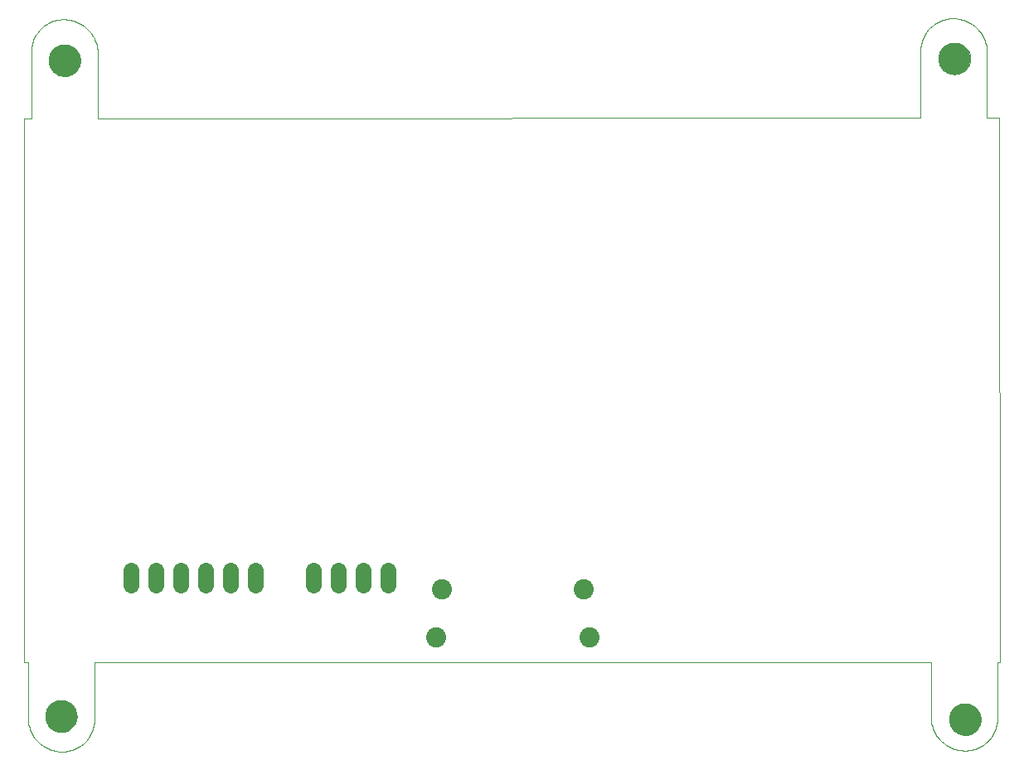
<source format=gbs>
G75*
G70*
%OFA0B0*%
%FSLAX24Y24*%
%IPPOS*%
%LPD*%
%AMOC8*
5,1,8,0,0,1.08239X$1,22.5*
%
%ADD10C,0.0000*%
%ADD11C,0.1300*%
%ADD12C,0.0640*%
%ADD13C,0.0808*%
D10*
X001652Y000107D02*
X001722Y000109D01*
X001792Y000115D01*
X001862Y000124D01*
X001931Y000137D01*
X002000Y000154D01*
X002067Y000175D01*
X002133Y000199D01*
X002197Y000227D01*
X002260Y000258D01*
X002322Y000293D01*
X002381Y000331D01*
X002438Y000372D01*
X002493Y000416D01*
X002545Y000463D01*
X002595Y000513D01*
X002642Y000565D01*
X002686Y000620D01*
X002727Y000677D01*
X002765Y000736D01*
X002800Y000798D01*
X002831Y000861D01*
X002859Y000925D01*
X002883Y000991D01*
X002904Y001058D01*
X002921Y001127D01*
X002934Y001196D01*
X002943Y001266D01*
X002949Y001336D01*
X002951Y001406D01*
X002951Y003690D01*
X036573Y003690D01*
X036573Y001524D01*
X036575Y001452D01*
X036581Y001380D01*
X036590Y001308D01*
X036603Y001237D01*
X036620Y001167D01*
X036640Y001098D01*
X036665Y001030D01*
X036692Y000964D01*
X036723Y000898D01*
X036758Y000835D01*
X036795Y000773D01*
X036836Y000714D01*
X036880Y000657D01*
X036927Y000602D01*
X036977Y000550D01*
X037029Y000500D01*
X037084Y000453D01*
X037141Y000409D01*
X037200Y000368D01*
X037262Y000331D01*
X037325Y000296D01*
X037391Y000265D01*
X037457Y000238D01*
X037525Y000213D01*
X037594Y000193D01*
X037664Y000176D01*
X037735Y000163D01*
X037807Y000154D01*
X037879Y000148D01*
X037951Y000146D01*
X037321Y001406D02*
X037323Y001456D01*
X037329Y001506D01*
X037339Y001555D01*
X037353Y001603D01*
X037370Y001650D01*
X037391Y001695D01*
X037416Y001739D01*
X037444Y001780D01*
X037476Y001819D01*
X037510Y001856D01*
X037547Y001890D01*
X037587Y001920D01*
X037629Y001947D01*
X037673Y001971D01*
X037719Y001992D01*
X037766Y002008D01*
X037814Y002021D01*
X037864Y002030D01*
X037913Y002035D01*
X037964Y002036D01*
X038014Y002033D01*
X038063Y002026D01*
X038112Y002015D01*
X038160Y002000D01*
X038206Y001982D01*
X038251Y001960D01*
X038294Y001934D01*
X038335Y001905D01*
X038374Y001873D01*
X038410Y001838D01*
X038442Y001800D01*
X038472Y001760D01*
X038499Y001717D01*
X038522Y001673D01*
X038541Y001627D01*
X038557Y001579D01*
X038569Y001530D01*
X038577Y001481D01*
X038581Y001431D01*
X038581Y001381D01*
X038577Y001331D01*
X038569Y001282D01*
X038557Y001233D01*
X038541Y001185D01*
X038522Y001139D01*
X038499Y001095D01*
X038472Y001052D01*
X038442Y001012D01*
X038410Y000974D01*
X038374Y000939D01*
X038335Y000907D01*
X038294Y000878D01*
X038251Y000852D01*
X038206Y000830D01*
X038160Y000812D01*
X038112Y000797D01*
X038063Y000786D01*
X038014Y000779D01*
X037964Y000776D01*
X037913Y000777D01*
X037864Y000782D01*
X037814Y000791D01*
X037766Y000804D01*
X037719Y000820D01*
X037673Y000841D01*
X037629Y000865D01*
X037587Y000892D01*
X037547Y000922D01*
X037510Y000956D01*
X037476Y000993D01*
X037444Y001032D01*
X037416Y001073D01*
X037391Y001117D01*
X037370Y001162D01*
X037353Y001209D01*
X037339Y001257D01*
X037329Y001306D01*
X037323Y001356D01*
X037321Y001406D01*
X037951Y000147D02*
X038021Y000149D01*
X038091Y000155D01*
X038161Y000164D01*
X038230Y000177D01*
X038299Y000194D01*
X038366Y000215D01*
X038432Y000239D01*
X038496Y000267D01*
X038559Y000298D01*
X038621Y000333D01*
X038680Y000371D01*
X038737Y000412D01*
X038792Y000456D01*
X038844Y000503D01*
X038894Y000553D01*
X038941Y000605D01*
X038985Y000660D01*
X039026Y000717D01*
X039064Y000776D01*
X039099Y000838D01*
X039130Y000901D01*
X039158Y000965D01*
X039182Y001031D01*
X039203Y001098D01*
X039220Y001167D01*
X039233Y001236D01*
X039242Y001306D01*
X039248Y001376D01*
X039250Y001446D01*
X039250Y003690D01*
X039349Y003690D01*
X039329Y025619D01*
X038837Y025619D01*
X038837Y028217D01*
X036907Y027981D02*
X036909Y028031D01*
X036915Y028081D01*
X036925Y028130D01*
X036939Y028178D01*
X036956Y028225D01*
X036977Y028270D01*
X037002Y028314D01*
X037030Y028355D01*
X037062Y028394D01*
X037096Y028431D01*
X037133Y028465D01*
X037173Y028495D01*
X037215Y028522D01*
X037259Y028546D01*
X037305Y028567D01*
X037352Y028583D01*
X037400Y028596D01*
X037450Y028605D01*
X037499Y028610D01*
X037550Y028611D01*
X037600Y028608D01*
X037649Y028601D01*
X037698Y028590D01*
X037746Y028575D01*
X037792Y028557D01*
X037837Y028535D01*
X037880Y028509D01*
X037921Y028480D01*
X037960Y028448D01*
X037996Y028413D01*
X038028Y028375D01*
X038058Y028335D01*
X038085Y028292D01*
X038108Y028248D01*
X038127Y028202D01*
X038143Y028154D01*
X038155Y028105D01*
X038163Y028056D01*
X038167Y028006D01*
X038167Y027956D01*
X038163Y027906D01*
X038155Y027857D01*
X038143Y027808D01*
X038127Y027760D01*
X038108Y027714D01*
X038085Y027670D01*
X038058Y027627D01*
X038028Y027587D01*
X037996Y027549D01*
X037960Y027514D01*
X037921Y027482D01*
X037880Y027453D01*
X037837Y027427D01*
X037792Y027405D01*
X037746Y027387D01*
X037698Y027372D01*
X037649Y027361D01*
X037600Y027354D01*
X037550Y027351D01*
X037499Y027352D01*
X037450Y027357D01*
X037400Y027366D01*
X037352Y027379D01*
X037305Y027395D01*
X037259Y027416D01*
X037215Y027440D01*
X037173Y027467D01*
X037133Y027497D01*
X037096Y027531D01*
X037062Y027568D01*
X037030Y027607D01*
X037002Y027648D01*
X036977Y027692D01*
X036956Y027737D01*
X036939Y027784D01*
X036925Y027832D01*
X036915Y027881D01*
X036909Y027931D01*
X036907Y027981D01*
X037459Y029595D02*
X037531Y029593D01*
X037603Y029587D01*
X037675Y029578D01*
X037746Y029565D01*
X037816Y029548D01*
X037885Y029528D01*
X037953Y029503D01*
X038019Y029476D01*
X038085Y029445D01*
X038148Y029410D01*
X038210Y029373D01*
X038269Y029332D01*
X038326Y029288D01*
X038381Y029241D01*
X038433Y029191D01*
X038483Y029139D01*
X038530Y029084D01*
X038574Y029027D01*
X038615Y028968D01*
X038652Y028906D01*
X038687Y028843D01*
X038718Y028777D01*
X038745Y028711D01*
X038770Y028643D01*
X038790Y028574D01*
X038807Y028504D01*
X038820Y028433D01*
X038829Y028361D01*
X038835Y028289D01*
X038837Y028217D01*
X037459Y029595D02*
X037389Y029593D01*
X037319Y029587D01*
X037249Y029578D01*
X037180Y029565D01*
X037111Y029548D01*
X037044Y029527D01*
X036978Y029503D01*
X036914Y029475D01*
X036851Y029444D01*
X036789Y029409D01*
X036730Y029371D01*
X036673Y029330D01*
X036618Y029286D01*
X036566Y029239D01*
X036516Y029189D01*
X036469Y029137D01*
X036425Y029082D01*
X036384Y029025D01*
X036346Y028966D01*
X036311Y028904D01*
X036280Y028841D01*
X036252Y028777D01*
X036228Y028711D01*
X036207Y028644D01*
X036190Y028575D01*
X036177Y028506D01*
X036168Y028436D01*
X036162Y028366D01*
X036160Y028296D01*
X036160Y025619D01*
X003089Y025580D01*
X003089Y028178D01*
X001120Y027902D02*
X001122Y027952D01*
X001128Y028002D01*
X001138Y028051D01*
X001152Y028099D01*
X001169Y028146D01*
X001190Y028191D01*
X001215Y028235D01*
X001243Y028276D01*
X001275Y028315D01*
X001309Y028352D01*
X001346Y028386D01*
X001386Y028416D01*
X001428Y028443D01*
X001472Y028467D01*
X001518Y028488D01*
X001565Y028504D01*
X001613Y028517D01*
X001663Y028526D01*
X001712Y028531D01*
X001763Y028532D01*
X001813Y028529D01*
X001862Y028522D01*
X001911Y028511D01*
X001959Y028496D01*
X002005Y028478D01*
X002050Y028456D01*
X002093Y028430D01*
X002134Y028401D01*
X002173Y028369D01*
X002209Y028334D01*
X002241Y028296D01*
X002271Y028256D01*
X002298Y028213D01*
X002321Y028169D01*
X002340Y028123D01*
X002356Y028075D01*
X002368Y028026D01*
X002376Y027977D01*
X002380Y027927D01*
X002380Y027877D01*
X002376Y027827D01*
X002368Y027778D01*
X002356Y027729D01*
X002340Y027681D01*
X002321Y027635D01*
X002298Y027591D01*
X002271Y027548D01*
X002241Y027508D01*
X002209Y027470D01*
X002173Y027435D01*
X002134Y027403D01*
X002093Y027374D01*
X002050Y027348D01*
X002005Y027326D01*
X001959Y027308D01*
X001911Y027293D01*
X001862Y027282D01*
X001813Y027275D01*
X001763Y027272D01*
X001712Y027273D01*
X001663Y027278D01*
X001613Y027287D01*
X001565Y027300D01*
X001518Y027316D01*
X001472Y027337D01*
X001428Y027361D01*
X001386Y027388D01*
X001346Y027418D01*
X001309Y027452D01*
X001275Y027489D01*
X001243Y027528D01*
X001215Y027569D01*
X001190Y027613D01*
X001169Y027658D01*
X001152Y027705D01*
X001138Y027753D01*
X001128Y027802D01*
X001122Y027852D01*
X001120Y027902D01*
X001711Y029556D02*
X001783Y029554D01*
X001855Y029548D01*
X001927Y029539D01*
X001998Y029526D01*
X002068Y029509D01*
X002137Y029489D01*
X002205Y029464D01*
X002271Y029437D01*
X002337Y029406D01*
X002400Y029371D01*
X002462Y029334D01*
X002521Y029293D01*
X002578Y029249D01*
X002633Y029202D01*
X002685Y029152D01*
X002735Y029100D01*
X002782Y029045D01*
X002826Y028988D01*
X002867Y028929D01*
X002904Y028867D01*
X002939Y028804D01*
X002970Y028738D01*
X002997Y028672D01*
X003022Y028604D01*
X003042Y028535D01*
X003059Y028465D01*
X003072Y028394D01*
X003081Y028322D01*
X003087Y028250D01*
X003089Y028178D01*
X001711Y029556D02*
X001641Y029554D01*
X001571Y029548D01*
X001501Y029539D01*
X001432Y029526D01*
X001363Y029509D01*
X001296Y029488D01*
X001230Y029464D01*
X001166Y029436D01*
X001103Y029405D01*
X001041Y029370D01*
X000982Y029332D01*
X000925Y029291D01*
X000870Y029247D01*
X000818Y029200D01*
X000768Y029150D01*
X000721Y029098D01*
X000677Y029043D01*
X000636Y028986D01*
X000598Y028927D01*
X000563Y028865D01*
X000532Y028802D01*
X000504Y028738D01*
X000480Y028672D01*
X000459Y028605D01*
X000442Y028536D01*
X000429Y028467D01*
X000420Y028397D01*
X000414Y028327D01*
X000412Y028257D01*
X000411Y028257D02*
X000411Y025580D01*
X000136Y025580D01*
X000136Y003690D01*
X000274Y003690D01*
X000274Y001485D01*
X000982Y001524D02*
X000984Y001574D01*
X000990Y001624D01*
X001000Y001673D01*
X001014Y001721D01*
X001031Y001768D01*
X001052Y001813D01*
X001077Y001857D01*
X001105Y001898D01*
X001137Y001937D01*
X001171Y001974D01*
X001208Y002008D01*
X001248Y002038D01*
X001290Y002065D01*
X001334Y002089D01*
X001380Y002110D01*
X001427Y002126D01*
X001475Y002139D01*
X001525Y002148D01*
X001574Y002153D01*
X001625Y002154D01*
X001675Y002151D01*
X001724Y002144D01*
X001773Y002133D01*
X001821Y002118D01*
X001867Y002100D01*
X001912Y002078D01*
X001955Y002052D01*
X001996Y002023D01*
X002035Y001991D01*
X002071Y001956D01*
X002103Y001918D01*
X002133Y001878D01*
X002160Y001835D01*
X002183Y001791D01*
X002202Y001745D01*
X002218Y001697D01*
X002230Y001648D01*
X002238Y001599D01*
X002242Y001549D01*
X002242Y001499D01*
X002238Y001449D01*
X002230Y001400D01*
X002218Y001351D01*
X002202Y001303D01*
X002183Y001257D01*
X002160Y001213D01*
X002133Y001170D01*
X002103Y001130D01*
X002071Y001092D01*
X002035Y001057D01*
X001996Y001025D01*
X001955Y000996D01*
X001912Y000970D01*
X001867Y000948D01*
X001821Y000930D01*
X001773Y000915D01*
X001724Y000904D01*
X001675Y000897D01*
X001625Y000894D01*
X001574Y000895D01*
X001525Y000900D01*
X001475Y000909D01*
X001427Y000922D01*
X001380Y000938D01*
X001334Y000959D01*
X001290Y000983D01*
X001248Y001010D01*
X001208Y001040D01*
X001171Y001074D01*
X001137Y001111D01*
X001105Y001150D01*
X001077Y001191D01*
X001052Y001235D01*
X001031Y001280D01*
X001014Y001327D01*
X001000Y001375D01*
X000990Y001424D01*
X000984Y001474D01*
X000982Y001524D01*
X000274Y001485D02*
X000276Y001413D01*
X000282Y001341D01*
X000291Y001269D01*
X000304Y001198D01*
X000321Y001128D01*
X000341Y001059D01*
X000366Y000991D01*
X000393Y000925D01*
X000424Y000859D01*
X000459Y000796D01*
X000496Y000734D01*
X000537Y000675D01*
X000581Y000618D01*
X000628Y000563D01*
X000678Y000511D01*
X000730Y000461D01*
X000785Y000414D01*
X000842Y000370D01*
X000901Y000329D01*
X000963Y000292D01*
X001026Y000257D01*
X001092Y000226D01*
X001158Y000199D01*
X001226Y000174D01*
X001295Y000154D01*
X001365Y000137D01*
X001436Y000124D01*
X001508Y000115D01*
X001580Y000109D01*
X001652Y000107D01*
D11*
X001612Y001524D03*
X001750Y027902D03*
X037537Y027981D03*
X037951Y001406D03*
D12*
X014746Y006795D02*
X014746Y007395D01*
X013746Y007395D02*
X013746Y006795D01*
X012746Y006795D02*
X012746Y007395D01*
X011746Y007395D02*
X011746Y006795D01*
X009427Y006795D02*
X009427Y007395D01*
X008427Y007395D02*
X008427Y006795D01*
X007427Y006795D02*
X007427Y007395D01*
X006427Y007395D02*
X006427Y006795D01*
X005427Y006795D02*
X005427Y007395D01*
X004427Y007395D02*
X004427Y006795D01*
D13*
X016691Y004694D03*
X016927Y006623D03*
X022636Y006623D03*
X022872Y004694D03*
M02*

</source>
